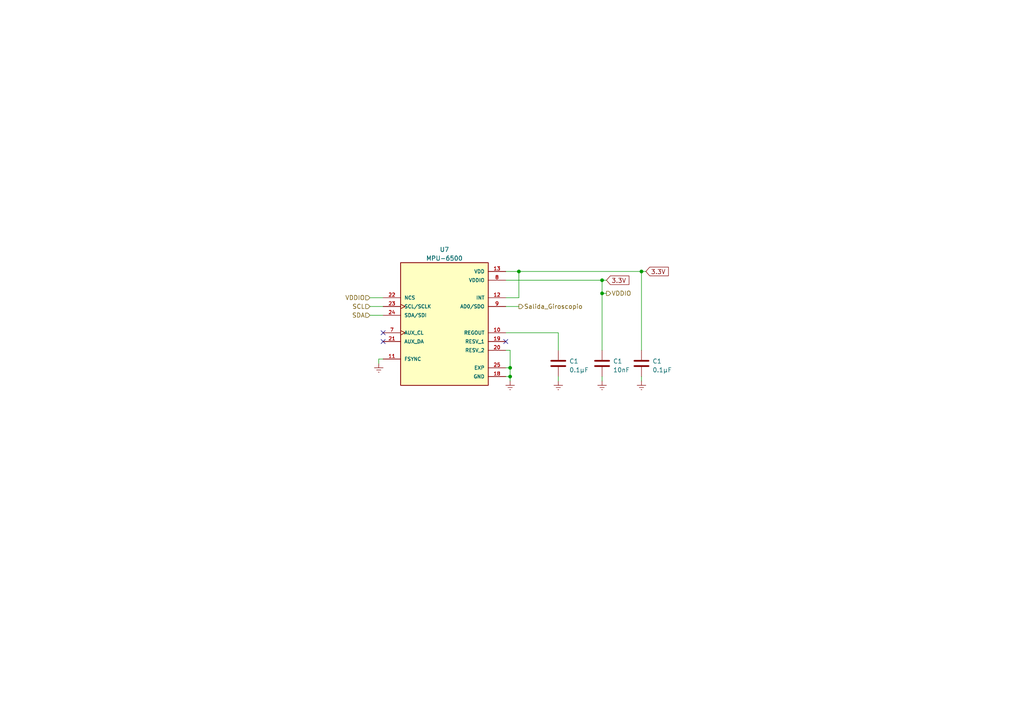
<source format=kicad_sch>
(kicad_sch (version 20230121) (generator eeschema)
  (paper "A4")
  (lib_symbols
    (symbol "Device:C" (pin_numbers hide) (pin_names (offset 0.254))
      (property "Reference" "C" (at 0.635 2.54 0))
      (property "Value" "C" (at 0.635 -2.54 0))
      (symbol "C_0_1"
        (polyline (pts (xy -2.032 -0.762) (xy 2.032 -0.762)) (stroke (width 0.508)))
        (polyline (pts (xy -2.032 0.762) (xy 2.032 0.762)) (stroke (width 0.508)))
      )
      (symbol "C_1_1"
        (pin passive line (at 0 3.81 270) (length 2.794) (name "~") (number "1"))
        (pin passive line (at 0 -3.81 90) (length 2.794) (name "~") (number "2"))
      )
    )
    (symbol "MPU-6500:MPU-6500" (pin_names (offset 1.016))
      (property "Reference" "U" (at -12.7 19.05 0))
      (property "Value" "MPU-6500" (at -12.7 -19.05 0))
      (symbol "MPU-6500_0_0"
        (rectangle (start -12.7 -17.78) (end 12.7 17.78) (stroke (width 0.254)) (fill (type background)))
        (pin output line (at 17.78 -2.54 180) (length 5.08) (name "REGOUT") (number "10"))
        (pin input line (at -17.78 -10.16 0) (length 5.08) (name "FSYNC") (number "11"))
        (pin output line (at 17.78 7.62 180) (length 5.08) (name "INT") (number "12"))
        (pin power_in line (at 17.78 15.24 180) (length 5.08) (name "VDD") (number "13"))
        (pin power_in line (at 17.78 -15.24 180) (length 5.08) (name "GND") (number "18"))
        (pin passive line (at 17.78 -5.08 180) (length 5.08) (name "RESV_1") (number "19"))
        (pin passive line (at 17.78 -7.62 180) (length 5.08) (name "RESV_2") (number "20"))
        (pin bidirectional line (at -17.78 -5.08 0) (length 5.08) (name "AUX_DA") (number "21"))
        (pin input line (at -17.78 7.62 0) (length 5.08) (name "NCS") (number "22"))
        (pin input clock (at -17.78 5.08 0) (length 5.08) (name "SCL/SCLK") (number "23"))
        (pin bidirectional line (at -17.78 2.54 0) (length 5.08) (name "SDA/SDI") (number "24"))
        (pin passive line (at 17.78 -12.7 180) (length 5.08) (name "EXP") (number "25"))
        (pin input clock (at -17.78 -2.54 0) (length 5.08) (name "AUX_CL") (number "7"))
        (pin power_in line (at 17.78 12.7 180) (length 5.08) (name "VDDIO") (number "8"))
        (pin output line (at 17.78 5.08 180) (length 5.08) (name "AD0/SDO") (number "9"))
      )
    )
    (symbol "power:Earth" (power) (pin_names (offset 0))
      (symbol "Earth_0_1"
        (polyline (pts (xy -0.635 -1.905) (xy 0.635 -1.905)))
        (polyline (pts (xy -0.127 -2.54) (xy 0.127 -2.54)))
        (polyline (pts (xy 0 -1.27) (xy 0 0)))
        (polyline (pts (xy 1.27 -1.27) (xy -1.27 -1.27)))
      )
      (symbol "Earth_1_1"
        (pin power_in line (at 0 0 270) (length 0) hide (name "Earth") (number "1"))
      )
    )
  )
  (junction (at 174.625 81.28))
  (junction (at 147.955 109.22))
  (junction (at 147.955 106.68))
  (junction (at 174.625 85.09))
  (junction (at 150.495 78.74))
  (junction (at 186.055 78.74))
  (no_connect (at 111.125 99.06))
  (no_connect (at 111.125 96.52))
  (no_connect (at 146.685 99.06))
  (wire (pts (xy 146.685 101.6) (xy 147.955 101.6)))
  (wire (pts (xy 107.315 91.44) (xy 111.125 91.44)))
  (wire (pts (xy 174.625 110.49) (xy 174.625 109.22)))
  (wire (pts (xy 146.685 88.9) (xy 150.495 88.9)))
  (wire (pts (xy 150.495 78.74) (xy 150.495 86.36)))
  (wire (pts (xy 146.685 81.28) (xy 174.625 81.28)))
  (wire (pts (xy 146.685 106.68) (xy 147.955 106.68)))
  (wire (pts (xy 146.685 86.36) (xy 150.495 86.36)))
  (wire (pts (xy 161.925 96.52) (xy 146.685 96.52)))
  (wire (pts (xy 174.625 85.09) (xy 175.895 85.09)))
  (wire (pts (xy 186.055 109.22) (xy 186.055 110.49)))
  (wire (pts (xy 147.955 109.22) (xy 146.685 109.22)))
  (wire (pts (xy 147.955 106.68) (xy 147.955 109.22)))
  (wire (pts (xy 174.625 81.28) (xy 174.625 85.09)))
  (wire (pts (xy 107.315 86.36) (xy 111.125 86.36)))
  (wire (pts (xy 174.625 85.09) (xy 174.625 101.6)))
  (wire (pts (xy 161.925 109.22) (xy 161.925 110.49)))
  (wire (pts (xy 161.925 101.6) (xy 161.925 96.52)))
  (wire (pts (xy 174.625 81.28) (xy 175.895 81.28)))
  (wire (pts (xy 186.055 78.74) (xy 150.495 78.74)))
  (wire (pts (xy 147.955 110.49) (xy 147.955 109.22)))
  (wire (pts (xy 186.055 78.74) (xy 187.325 78.74)))
  (wire (pts (xy 107.315 88.9) (xy 111.125 88.9)))
  (wire (pts (xy 111.125 104.14) (xy 109.855 104.14)))
  (wire (pts (xy 147.955 101.6) (xy 147.955 106.68)))
  (wire (pts (xy 150.495 78.74) (xy 146.685 78.74)))
  (wire (pts (xy 186.055 101.6) (xy 186.055 78.74)))
  (wire (pts (xy 109.855 104.14) (xy 109.855 105.41)))
  (global_label "3.3V" (shape input) (at 175.895 81.28 0) (property "Intersheetrefs" "${INTERSHEET_REFS}" (effects hide)))
  (global_label "3.3V" (shape input) (at 187.325 78.74 0) (property "Intersheetrefs" "${INTERSHEET_REFS}" (effects hide)))
  (hierarchical_label "SDA" (shape input) (at 107.315 91.44 180))
  (hierarchical_label "VDDIO" (shape input) (at 107.315 86.36 180))
  (hierarchical_label "VDDIO" (shape output) (at 175.895 85.09 0))
  (hierarchical_label "Salida_Giroscopio" (shape output) (at 150.495 88.9 0))
  (hierarchical_label "SCL" (shape input) (at 107.315 88.9 180))
  (symbol (lib_id "power:Earth") (at 174.625 110.49 0) (unit 1)
    (property "Reference" "#PWR03" (effects hide))
    (property "Value" "Earth" (effects hide))
    (instances (project "KISS_V2" (path "" (reference "#PWR03") (unit 1)) (path "" (reference "#PWR013") (unit 1)) (path "" (reference "#PWR015") (unit 1))))
  )
  (symbol (lib_id "Device:C") (at 161.925 105.41 0) (unit 1)
    (property "Reference" "C1" (at 165.1 104.775 0) (effects (justify left)))
    (property "Value" "0.1μF" (at 165.1 107.315 0) (effects (justify left)))
    (property "Footprint" "Capacitor_SMD:C_0603_1608Metric_Pad1.08x0.95mm_HandSolder" (effects hide))
    (instances (project "KISS_V2" (path "" (reference "C1") (unit 1)) (path "" (reference "C12") (unit 1))))
  )
  (symbol (lib_id "power:Earth") (at 186.055 110.49 0) (unit 1)
    (property "Reference" "#PWR03" (effects hide))
    (property "Value" "Earth" (effects hide))
    (instances (project "KISS_V2" (path "" (reference "#PWR03") (unit 1)) (path "" (reference "#PWR013") (unit 1)) (path "" (reference "#PWR016") (unit 1))))
  )
  (symbol (lib_id "power:Earth") (at 147.955 110.49 0) (unit 1)
    (property "Reference" "#PWR03" (effects hide))
    (property "Value" "Earth" (effects hide))
    (instances (project "KISS_V2" (path "" (reference "#PWR03") (unit 1)) (path "" (reference "#PWR013") (unit 1)) (path "" (reference "#PWR013") (unit 1))))
  )
  (symbol (lib_id "MPU-6500:MPU-6500") (at 128.905 93.98 0) (unit 1)
    (property "Reference" "U7" (at 128.905 72.39 0))
    (property "Value" "MPU-6500" (at 128.905 74.93 0))
    (property "Footprint" "MPU-6500:QFN40P300X300X95-25N" (effects hide))
    (property "B_MIN" "0.15" (effects hide))
    (property "D_NOM" "3.0" (effects hide))
    (property "MAXIMUM_PACKAGE_HEIGHT" "0.95 mm" (effects hide))
    (property "D2_NOM" "1.7" (effects hide))
    (property "E2_NOM" "1.54" (effects hide))
    (property "E_NOM" "3.0" (effects hide))
    (property "D_MIN" "2.9" (effects hide))
    (property "PARTREV" "1.3" (effects hide))
    (property "L_NOM" "0.3" (effects hide))
    (property "L_MAX" "0.25" (effects hide))
    (property "PIN_COUNT_D" "6.0" (effects hide))
    (property "PIN_COUNT_E" "6.0" (effects hide))
    (property "D_MAX" "3.1" (effects hide))
    (property "ENOM" "0.4" (effects hide))
    (property "L_MIN" "0.15" (effects hide))
    (property "MANUFACTURER" "TDK InvenSense" (effects hide))
    (property "STANDARD" "IPC 7351B" (effects hide))
    (property "B_MAX" "0.25" (effects hide))
    (property "E_MIN" "2.9" (effects hide))
    (property "E_MAX" "3.1" (effects hide))
    (property "B_NOM" "0.2" (effects hide))
  )
  (symbol (lib_id "power:Earth") (at 161.925 110.49 0) (unit 1)
    (property "Reference" "#PWR03" (effects hide))
    (property "Value" "Earth" (effects hide))
    (instances (project "KISS_V2" (path "" (reference "#PWR03") (unit 1)) (path "" (reference "#PWR013") (unit 1)) (path "" (reference "#PWR014") (unit 1))))
  )
  (symbol (lib_id "power:Earth") (at 109.855 105.41 0) (unit 1)
    (property "Reference" "#PWR03" (effects hide))
    (property "Value" "Earth" (effects hide))
    (instances (project "KISS_V2" (path "" (reference "#PWR03") (unit 1)) (path "" (reference "#PWR013") (unit 1)) (path "" (reference "#PWR012") (unit 1))))
  )
  (symbol (lib_id "Device:C") (at 186.055 105.41 0) (unit 1)
    (property "Reference" "C1" (at 189.23 104.775 0) (effects (justify left)))
    (property "Value" "0.1μF" (at 189.23 107.315 0) (effects (justify left)))
    (property "Footprint" "Capacitor_SMD:C_0603_1608Metric_Pad1.08x0.95mm_HandSolder" (effects hide))
    (instances (project "KISS_V2" (path "" (reference "C1") (unit 1)) (path "" (reference "C14") (unit 1))))
  )
  (symbol (lib_id "Device:C") (at 174.625 105.41 0) (unit 1)
    (property "Reference" "C1" (at 177.8 104.775 0) (effects (justify left)))
    (property "Value" "10nF" (at 177.8 107.315 0) (effects (justify left)))
    (property "Footprint" "Capacitor_SMD:C_0603_1608Metric_Pad1.08x0.95mm_HandSolder" (effects hide))
    (instances (project "KISS_V2" (path "" (reference "C1") (unit 1)) (path "" (reference "C13") (unit 1))))
  )
)
</source>
